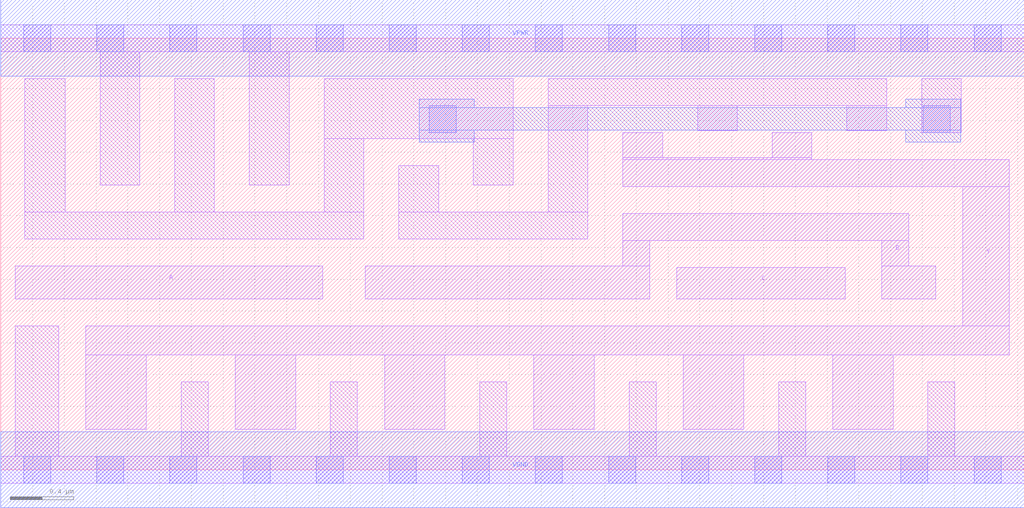
<source format=lef>
# Copyright 2020 The SkyWater PDK Authors
#
# Licensed under the Apache License, Version 2.0 (the "License");
# you may not use this file except in compliance with the License.
# You may obtain a copy of the License at
#
#     https://www.apache.org/licenses/LICENSE-2.0
#
# Unless required by applicable law or agreed to in writing, software
# distributed under the License is distributed on an "AS IS" BASIS,
# WITHOUT WARRANTIES OR CONDITIONS OF ANY KIND, either express or implied.
# See the License for the specific language governing permissions and
# limitations under the License.
#
# SPDX-License-Identifier: Apache-2.0

VERSION 5.7 ;
  NAMESCASESENSITIVE ON ;
  NOWIREEXTENSIONATPIN ON ;
  DIVIDERCHAR "/" ;
  BUSBITCHARS "[]" ;
UNITS
  DATABASE MICRONS 200 ;
END UNITS
PROPERTYDEFINITIONS
  MACRO maskLayoutSubType STRING ;
  MACRO prCellType STRING ;
  MACRO originalViewName STRING ;
END PROPERTYDEFINITIONS
MACRO sky130_fd_sc_hdll__nor3_4
  CLASS CORE ;
  FOREIGN sky130_fd_sc_hdll__nor3_4 ;
  ORIGIN  0.000000  0.000000 ;
  SIZE  6.440000 BY  2.720000 ;
  SYMMETRY X Y R90 ;
  SITE unithd ;
  PIN A
    ANTENNAGATEAREA  1.110000 ;
    DIRECTION INPUT ;
    USE SIGNAL ;
    PORT
      LAYER li1 ;
        RECT 0.090000 1.075000 2.025000 1.285000 ;
    END
  END A
  PIN B
    ANTENNAGATEAREA  1.110000 ;
    DIRECTION INPUT ;
    USE SIGNAL ;
    PORT
      LAYER li1 ;
        RECT 2.295000 1.075000 4.085000 1.285000 ;
        RECT 3.915000 1.285000 4.085000 1.445000 ;
        RECT 3.915000 1.445000 5.715000 1.615000 ;
        RECT 5.545000 1.075000 5.885000 1.285000 ;
        RECT 5.545000 1.285000 5.715000 1.445000 ;
    END
  END B
  PIN C
    ANTENNAGATEAREA  1.110000 ;
    DIRECTION INPUT ;
    USE SIGNAL ;
    PORT
      LAYER li1 ;
        RECT 4.255000 1.075000 5.315000 1.275000 ;
    END
  END C
  PIN Y
    ANTENNADIFFAREA  1.828000 ;
    DIRECTION OUTPUT ;
    USE SIGNAL ;
    PORT
      LAYER li1 ;
        RECT 0.535000 0.255000 0.915000 0.725000 ;
        RECT 0.535000 0.725000 6.345000 0.905000 ;
        RECT 1.475000 0.255000 1.855000 0.725000 ;
        RECT 2.415000 0.255000 2.795000 0.725000 ;
        RECT 3.355000 0.255000 3.735000 0.725000 ;
        RECT 3.915000 1.785000 6.345000 1.955000 ;
        RECT 3.915000 1.955000 5.105000 1.965000 ;
        RECT 3.915000 1.965000 4.165000 2.125000 ;
        RECT 4.295000 0.255000 4.675000 0.725000 ;
        RECT 4.855000 1.965000 5.105000 2.125000 ;
        RECT 5.235000 0.255000 5.615000 0.725000 ;
        RECT 6.055000 0.905000 6.345000 1.785000 ;
    END
  END Y
  PIN VGND
    DIRECTION INOUT ;
    USE GROUND ;
    PORT
      LAYER met1 ;
        RECT 0.000000 -0.240000 6.440000 0.240000 ;
    END
  END VGND
  PIN VPWR
    DIRECTION INOUT ;
    USE POWER ;
    PORT
      LAYER met1 ;
        RECT 0.000000 2.480000 6.440000 2.960000 ;
    END
  END VPWR
  OBS
    LAYER li1 ;
      RECT 0.000000 -0.085000 6.440000 0.085000 ;
      RECT 0.000000  2.635000 6.440000 2.805000 ;
      RECT 0.090000  0.085000 0.365000 0.905000 ;
      RECT 0.150000  1.455000 2.285000 1.625000 ;
      RECT 0.150000  1.625000 0.405000 2.465000 ;
      RECT 0.625000  1.795000 0.875000 2.635000 ;
      RECT 1.095000  1.625000 1.345000 2.465000 ;
      RECT 1.135000  0.085000 1.305000 0.555000 ;
      RECT 1.565000  1.795000 1.815000 2.635000 ;
      RECT 2.035000  1.625000 2.285000 2.085000 ;
      RECT 2.035000  2.085000 3.225000 2.465000 ;
      RECT 2.075000  0.085000 2.245000 0.555000 ;
      RECT 2.505000  1.455000 3.695000 1.625000 ;
      RECT 2.505000  1.625000 2.755000 1.915000 ;
      RECT 2.975000  1.795000 3.225000 2.085000 ;
      RECT 3.015000  0.085000 3.185000 0.555000 ;
      RECT 3.445000  1.625000 3.695000 2.295000 ;
      RECT 3.445000  2.295000 5.575000 2.465000 ;
      RECT 3.955000  0.085000 4.125000 0.555000 ;
      RECT 4.385000  2.135000 4.635000 2.295000 ;
      RECT 4.895000  0.085000 5.065000 0.555000 ;
      RECT 5.325000  2.135000 5.575000 2.295000 ;
      RECT 5.795000  2.125000 6.045000 2.465000 ;
      RECT 5.835000  0.085000 6.005000 0.555000 ;
    LAYER mcon ;
      RECT 0.145000 -0.085000 0.315000 0.085000 ;
      RECT 0.145000  2.635000 0.315000 2.805000 ;
      RECT 0.605000 -0.085000 0.775000 0.085000 ;
      RECT 0.605000  2.635000 0.775000 2.805000 ;
      RECT 1.065000 -0.085000 1.235000 0.085000 ;
      RECT 1.065000  2.635000 1.235000 2.805000 ;
      RECT 1.525000 -0.085000 1.695000 0.085000 ;
      RECT 1.525000  2.635000 1.695000 2.805000 ;
      RECT 1.985000 -0.085000 2.155000 0.085000 ;
      RECT 1.985000  2.635000 2.155000 2.805000 ;
      RECT 2.445000 -0.085000 2.615000 0.085000 ;
      RECT 2.445000  2.635000 2.615000 2.805000 ;
      RECT 2.695000  2.125000 2.865000 2.295000 ;
      RECT 2.905000 -0.085000 3.075000 0.085000 ;
      RECT 2.905000  2.635000 3.075000 2.805000 ;
      RECT 3.365000 -0.085000 3.535000 0.085000 ;
      RECT 3.365000  2.635000 3.535000 2.805000 ;
      RECT 3.825000 -0.085000 3.995000 0.085000 ;
      RECT 3.825000  2.635000 3.995000 2.805000 ;
      RECT 4.285000 -0.085000 4.455000 0.085000 ;
      RECT 4.285000  2.635000 4.455000 2.805000 ;
      RECT 4.745000 -0.085000 4.915000 0.085000 ;
      RECT 4.745000  2.635000 4.915000 2.805000 ;
      RECT 5.205000 -0.085000 5.375000 0.085000 ;
      RECT 5.205000  2.635000 5.375000 2.805000 ;
      RECT 5.665000 -0.085000 5.835000 0.085000 ;
      RECT 5.665000  2.635000 5.835000 2.805000 ;
      RECT 5.805000  2.125000 5.975000 2.295000 ;
      RECT 6.125000 -0.085000 6.295000 0.085000 ;
      RECT 6.125000  2.635000 6.295000 2.805000 ;
    LAYER met1 ;
      RECT 2.635000 2.065000 2.980000 2.140000 ;
      RECT 2.635000 2.140000 6.040000 2.280000 ;
      RECT 2.635000 2.280000 2.980000 2.335000 ;
      RECT 5.695000 2.065000 6.040000 2.140000 ;
      RECT 5.695000 2.280000 6.040000 2.335000 ;
  END
  PROPERTY maskLayoutSubType "abstract" ;
  PROPERTY prCellType "standard" ;
  PROPERTY originalViewName "layout" ;
END sky130_fd_sc_hdll__nor3_4

</source>
